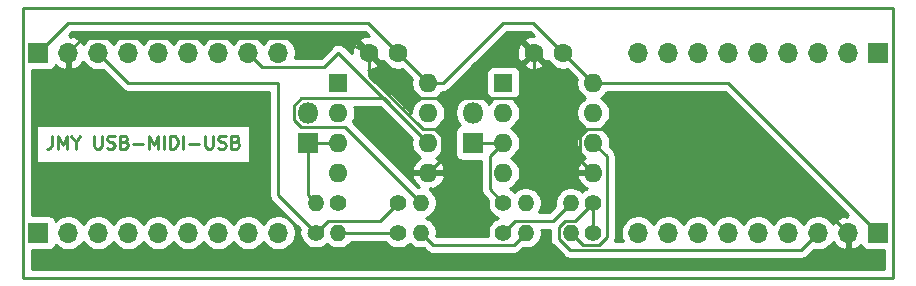
<source format=gbr>
%TF.GenerationSoftware,KiCad,Pcbnew,(5.1.10)-1*%
%TF.CreationDate,2021-06-04T17:55:21+02:00*%
%TF.ProjectId,JMY_USB-MIDI Converter,4a4d595f-5553-4422-9d4d-49444920436f,rev?*%
%TF.SameCoordinates,Original*%
%TF.FileFunction,Copper,L1,Top*%
%TF.FilePolarity,Positive*%
%FSLAX46Y46*%
G04 Gerber Fmt 4.6, Leading zero omitted, Abs format (unit mm)*
G04 Created by KiCad (PCBNEW (5.1.10)-1) date 2021-06-04 17:55:21*
%MOMM*%
%LPD*%
G01*
G04 APERTURE LIST*
%TA.AperFunction,NonConductor*%
%ADD10C,0.275000*%
%TD*%
%TA.AperFunction,ComponentPad*%
%ADD11O,1.700000X1.700000*%
%TD*%
%TA.AperFunction,ComponentPad*%
%ADD12R,1.700000X1.700000*%
%TD*%
%TA.AperFunction,ComponentPad*%
%ADD13O,1.600000X1.600000*%
%TD*%
%TA.AperFunction,ComponentPad*%
%ADD14R,1.600000X1.600000*%
%TD*%
%TA.AperFunction,ComponentPad*%
%ADD15C,1.400000*%
%TD*%
%TA.AperFunction,ComponentPad*%
%ADD16O,1.400000X1.400000*%
%TD*%
%TA.AperFunction,ComponentPad*%
%ADD17C,1.600000*%
%TD*%
%TA.AperFunction,ComponentPad*%
%ADD18R,1.800000X1.800000*%
%TD*%
%TA.AperFunction,ComponentPad*%
%ADD19O,1.800000X1.800000*%
%TD*%
%TA.AperFunction,Conductor*%
%ADD20C,0.250000*%
%TD*%
%TA.AperFunction,Conductor*%
%ADD21C,0.254000*%
%TD*%
%TA.AperFunction,Conductor*%
%ADD22C,0.100000*%
%TD*%
G04 APERTURE END LIST*
D10*
X97683809Y-93377619D02*
X97683809Y-94163333D01*
X97631428Y-94320476D01*
X97526666Y-94425238D01*
X97369523Y-94477619D01*
X97264761Y-94477619D01*
X98207619Y-94477619D02*
X98207619Y-93377619D01*
X98574285Y-94163333D01*
X98940952Y-93377619D01*
X98940952Y-94477619D01*
X99674285Y-93953809D02*
X99674285Y-94477619D01*
X99307619Y-93377619D02*
X99674285Y-93953809D01*
X100040952Y-93377619D01*
X101245714Y-93377619D02*
X101245714Y-94268095D01*
X101298095Y-94372857D01*
X101350476Y-94425238D01*
X101455238Y-94477619D01*
X101664761Y-94477619D01*
X101769523Y-94425238D01*
X101821904Y-94372857D01*
X101874285Y-94268095D01*
X101874285Y-93377619D01*
X102345714Y-94425238D02*
X102502857Y-94477619D01*
X102764761Y-94477619D01*
X102869523Y-94425238D01*
X102921904Y-94372857D01*
X102974285Y-94268095D01*
X102974285Y-94163333D01*
X102921904Y-94058571D01*
X102869523Y-94006190D01*
X102764761Y-93953809D01*
X102555238Y-93901428D01*
X102450476Y-93849047D01*
X102398095Y-93796666D01*
X102345714Y-93691904D01*
X102345714Y-93587142D01*
X102398095Y-93482380D01*
X102450476Y-93430000D01*
X102555238Y-93377619D01*
X102817142Y-93377619D01*
X102974285Y-93430000D01*
X103812380Y-93901428D02*
X103969523Y-93953809D01*
X104021904Y-94006190D01*
X104074285Y-94110952D01*
X104074285Y-94268095D01*
X104021904Y-94372857D01*
X103969523Y-94425238D01*
X103864761Y-94477619D01*
X103445714Y-94477619D01*
X103445714Y-93377619D01*
X103812380Y-93377619D01*
X103917142Y-93430000D01*
X103969523Y-93482380D01*
X104021904Y-93587142D01*
X104021904Y-93691904D01*
X103969523Y-93796666D01*
X103917142Y-93849047D01*
X103812380Y-93901428D01*
X103445714Y-93901428D01*
X104545714Y-94058571D02*
X105383809Y-94058571D01*
X105907619Y-94477619D02*
X105907619Y-93377619D01*
X106274285Y-94163333D01*
X106640952Y-93377619D01*
X106640952Y-94477619D01*
X107164761Y-94477619D02*
X107164761Y-93377619D01*
X107688571Y-94477619D02*
X107688571Y-93377619D01*
X107950476Y-93377619D01*
X108107619Y-93430000D01*
X108212380Y-93534761D01*
X108264761Y-93639523D01*
X108317142Y-93849047D01*
X108317142Y-94006190D01*
X108264761Y-94215714D01*
X108212380Y-94320476D01*
X108107619Y-94425238D01*
X107950476Y-94477619D01*
X107688571Y-94477619D01*
X108788571Y-94477619D02*
X108788571Y-93377619D01*
X109312380Y-94058571D02*
X110150476Y-94058571D01*
X110674285Y-93377619D02*
X110674285Y-94268095D01*
X110726666Y-94372857D01*
X110779047Y-94425238D01*
X110883809Y-94477619D01*
X111093333Y-94477619D01*
X111198095Y-94425238D01*
X111250476Y-94372857D01*
X111302857Y-94268095D01*
X111302857Y-93377619D01*
X111774285Y-94425238D02*
X111931428Y-94477619D01*
X112193333Y-94477619D01*
X112298095Y-94425238D01*
X112350476Y-94372857D01*
X112402857Y-94268095D01*
X112402857Y-94163333D01*
X112350476Y-94058571D01*
X112298095Y-94006190D01*
X112193333Y-93953809D01*
X111983809Y-93901428D01*
X111879047Y-93849047D01*
X111826666Y-93796666D01*
X111774285Y-93691904D01*
X111774285Y-93587142D01*
X111826666Y-93482380D01*
X111879047Y-93430000D01*
X111983809Y-93377619D01*
X112245714Y-93377619D01*
X112402857Y-93430000D01*
X113240952Y-93901428D02*
X113398095Y-93953809D01*
X113450476Y-94006190D01*
X113502857Y-94110952D01*
X113502857Y-94268095D01*
X113450476Y-94372857D01*
X113398095Y-94425238D01*
X113293333Y-94477619D01*
X112874285Y-94477619D01*
X112874285Y-93377619D01*
X113240952Y-93377619D01*
X113345714Y-93430000D01*
X113398095Y-93482380D01*
X113450476Y-93587142D01*
X113450476Y-93691904D01*
X113398095Y-93796666D01*
X113345714Y-93849047D01*
X113240952Y-93901428D01*
X112874285Y-93901428D01*
D11*
%TO.P,J1,9*%
%TO.N,N/C*%
X116840000Y-86360000D03*
%TO.P,J1,8*%
%TO.N,Net-(J1-Pad8)*%
X114300000Y-86360000D03*
%TO.P,J1,7*%
%TO.N,N/C*%
X111760000Y-86360000D03*
%TO.P,J1,6*%
X109220000Y-86360000D03*
%TO.P,J1,5*%
X106680000Y-86360000D03*
%TO.P,J1,4*%
X104140000Y-86360000D03*
%TO.P,J1,3*%
%TO.N,+3V3*%
X101600000Y-86360000D03*
%TO.P,J1,2*%
%TO.N,GND*%
X99060000Y-86360000D03*
D12*
%TO.P,J1,1*%
%TO.N,+5V*%
X96520000Y-86360000D03*
%TD*%
D13*
%TO.P,U2,8*%
%TO.N,+5V*%
X143510000Y-88900000D03*
%TO.P,U2,4*%
%TO.N,N/C*%
X135890000Y-96520000D03*
%TO.P,U2,7*%
X143510000Y-91440000D03*
%TO.P,U2,3*%
%TO.N,Net-(D2-Pad1)*%
X135890000Y-93980000D03*
%TO.P,U2,6*%
%TO.N,Net-(J3-Pad8)*%
X143510000Y-93980000D03*
%TO.P,U2,2*%
%TO.N,Net-(D1-Pad2)*%
X135890000Y-91440000D03*
%TO.P,U2,5*%
%TO.N,GND*%
X143510000Y-96520000D03*
D14*
%TO.P,U2,1*%
%TO.N,N/C*%
X135890000Y-88900000D03*
%TD*%
D15*
%TO.P,R3,1*%
%TO.N,+3V3*%
X120020000Y-101600000D03*
D16*
%TO.P,R3,2*%
%TO.N,Net-(R2-Pad1)*%
X121920000Y-101600000D03*
%TD*%
D11*
%TO.P,J4,9*%
%TO.N,N/C*%
X147320000Y-86360000D03*
%TO.P,J4,8*%
%TO.N,Net-(J4-Pad8)*%
X149860000Y-86360000D03*
%TO.P,J4,7*%
%TO.N,N/C*%
X152400000Y-86360000D03*
%TO.P,J4,6*%
X154940000Y-86360000D03*
%TO.P,J4,5*%
X157480000Y-86360000D03*
%TO.P,J4,4*%
X160020000Y-86360000D03*
%TO.P,J4,3*%
X162560000Y-86360000D03*
%TO.P,J4,2*%
X165100000Y-86360000D03*
D12*
%TO.P,J4,1*%
X167640000Y-86360000D03*
%TD*%
D11*
%TO.P,J2,9*%
%TO.N,N/C*%
X116840000Y-101600000D03*
%TO.P,J2,8*%
%TO.N,Net-(J2-Pad8)*%
X114300000Y-101600000D03*
%TO.P,J2,7*%
%TO.N,N/C*%
X111760000Y-101600000D03*
%TO.P,J2,6*%
X109220000Y-101600000D03*
%TO.P,J2,5*%
X106680000Y-101600000D03*
%TO.P,J2,4*%
X104140000Y-101600000D03*
%TO.P,J2,3*%
X101600000Y-101600000D03*
%TO.P,J2,2*%
X99060000Y-101600000D03*
D12*
%TO.P,J2,1*%
X96520000Y-101600000D03*
%TD*%
D13*
%TO.P,U1,8*%
%TO.N,+5V*%
X129540000Y-88900000D03*
%TO.P,U1,4*%
%TO.N,N/C*%
X121920000Y-96520000D03*
%TO.P,U1,7*%
X129540000Y-91440000D03*
%TO.P,U1,3*%
%TO.N,Net-(D1-Pad1)*%
X121920000Y-93980000D03*
%TO.P,U1,6*%
%TO.N,Net-(J1-Pad8)*%
X129540000Y-93980000D03*
%TO.P,U1,2*%
%TO.N,Net-(D1-Pad2)*%
X121920000Y-91440000D03*
%TO.P,U1,5*%
%TO.N,GND*%
X129540000Y-96520000D03*
D14*
%TO.P,U1,1*%
%TO.N,N/C*%
X121920000Y-88900000D03*
%TD*%
D17*
%TO.P,C1,2*%
%TO.N,GND*%
X124500000Y-86360000D03*
%TO.P,C1,1*%
%TO.N,+5V*%
X127000000Y-86360000D03*
%TD*%
%TO.P,C2,1*%
%TO.N,+5V*%
X140970000Y-86360000D03*
%TO.P,C2,2*%
%TO.N,GND*%
X138470000Y-86360000D03*
%TD*%
D18*
%TO.P,D1,1*%
%TO.N,Net-(D1-Pad1)*%
X119380000Y-93980000D03*
D19*
%TO.P,D1,2*%
%TO.N,Net-(D1-Pad2)*%
X119380000Y-91440000D03*
%TD*%
%TO.P,D2,2*%
%TO.N,Net-(D1-Pad2)*%
X133350000Y-91440000D03*
D18*
%TO.P,D2,1*%
%TO.N,Net-(D2-Pad1)*%
X133350000Y-93980000D03*
%TD*%
D15*
%TO.P,R1,1*%
%TO.N,+3V3*%
X127000000Y-99060000D03*
D16*
%TO.P,R1,2*%
%TO.N,Net-(J1-Pad8)*%
X128900000Y-99060000D03*
%TD*%
%TO.P,R2,2*%
%TO.N,Net-(D1-Pad2)*%
X128900000Y-101600000D03*
D15*
%TO.P,R2,1*%
%TO.N,Net-(R2-Pad1)*%
X127000000Y-101600000D03*
%TD*%
D16*
%TO.P,R4,2*%
%TO.N,Net-(D1-Pad1)*%
X120020000Y-99060000D03*
D15*
%TO.P,R4,1*%
%TO.N,Net-(J4-Pad8)*%
X121920000Y-99060000D03*
%TD*%
D16*
%TO.P,R5,2*%
%TO.N,Net-(J2-Pad8)*%
X137790000Y-99060000D03*
D15*
%TO.P,R5,1*%
%TO.N,Net-(D2-Pad1)*%
X135890000Y-99060000D03*
%TD*%
D16*
%TO.P,R6,2*%
%TO.N,Net-(D1-Pad2)*%
X137790000Y-101600000D03*
D15*
%TO.P,R6,1*%
%TO.N,Net-(R6-Pad1)*%
X135890000Y-101600000D03*
%TD*%
%TO.P,R7,1*%
%TO.N,+3V3*%
X143510000Y-99060000D03*
D16*
%TO.P,R7,2*%
%TO.N,Net-(R6-Pad1)*%
X141610000Y-99060000D03*
%TD*%
D15*
%TO.P,R8,1*%
%TO.N,+3V3*%
X143510000Y-101600000D03*
D16*
%TO.P,R8,2*%
%TO.N,Net-(J3-Pad8)*%
X141610000Y-101600000D03*
%TD*%
D12*
%TO.P,J3,1*%
%TO.N,+5V*%
X167640000Y-101600000D03*
D11*
%TO.P,J3,2*%
%TO.N,GND*%
X165100000Y-101600000D03*
%TO.P,J3,3*%
%TO.N,+3V3*%
X162560000Y-101600000D03*
%TO.P,J3,4*%
%TO.N,N/C*%
X160020000Y-101600000D03*
%TO.P,J3,5*%
X157480000Y-101600000D03*
%TO.P,J3,6*%
X154940000Y-101600000D03*
%TO.P,J3,7*%
X152400000Y-101600000D03*
%TO.P,J3,8*%
%TO.N,Net-(J3-Pad8)*%
X149860000Y-101600000D03*
%TO.P,J3,9*%
%TO.N,N/C*%
X147320000Y-101600000D03*
%TD*%
D20*
%TO.N,*%
X168910000Y-82550000D02*
X168910000Y-105410000D01*
X95250000Y-82550000D02*
X95250000Y-105410000D01*
X95250000Y-82550000D02*
X168910000Y-82550000D01*
X168910000Y-105410000D02*
X95250000Y-105410000D01*
%TO.N,GND*%
X130665001Y-93439999D02*
X130665001Y-95394999D01*
X130080001Y-92854999D02*
X130665001Y-93439999D01*
X129051409Y-92854999D02*
X130080001Y-92854999D01*
X124500000Y-88303590D02*
X129051409Y-92854999D01*
X124500000Y-86360000D02*
X124500000Y-88303590D01*
X130665001Y-95394999D02*
X129540000Y-96520000D01*
X138470000Y-86360000D02*
X138470000Y-91480000D01*
X138470000Y-91480000D02*
X137204999Y-90214999D01*
X128225001Y-90214999D02*
X127318205Y-91121795D01*
X143510000Y-96520000D02*
X138430000Y-91440000D01*
X100235001Y-85090000D02*
X99060000Y-86360000D01*
X121920000Y-85090000D02*
X100235001Y-85090000D01*
X124500000Y-86360000D02*
X121920000Y-85090000D01*
X142384999Y-95394999D02*
X143510000Y-96520000D01*
X142384999Y-93439999D02*
X142384999Y-95394999D01*
X142969999Y-92854999D02*
X142384999Y-93439999D01*
X165100000Y-101600000D02*
X156354999Y-92854999D01*
X142969999Y-92854999D02*
X156354999Y-92854999D01*
X137204999Y-90214999D02*
X128225001Y-90214999D01*
%TO.N,+5V*%
X124460000Y-83820000D02*
X127000000Y-86360000D01*
X127000000Y-86360000D02*
X129540000Y-88900000D01*
X138430000Y-83820000D02*
X140970000Y-86360000D01*
X135890000Y-83820000D02*
X138430000Y-83820000D01*
X130810000Y-88900000D02*
X135890000Y-83820000D01*
X140970000Y-86360000D02*
X143510000Y-88900000D01*
X154940000Y-88900000D02*
X167640000Y-101600000D01*
X98425000Y-84455000D02*
X99060000Y-83820000D01*
X96520000Y-86360000D02*
X98425000Y-84455000D01*
X124460000Y-83820000D02*
X99060000Y-83820000D01*
X146050000Y-88900000D02*
X143510000Y-88900000D01*
X154940000Y-88900000D02*
X146050000Y-88900000D01*
X130810000Y-88900000D02*
X129540000Y-88900000D01*
%TO.N,Net-(D1-Pad1)*%
X119380000Y-98420000D02*
X120020000Y-99060000D01*
X119380000Y-93980000D02*
X119380000Y-98420000D01*
X121920000Y-93980000D02*
X119380000Y-93980000D01*
%TO.N,Net-(D1-Pad2)*%
X136764999Y-102625001D02*
X137790000Y-101600000D01*
X129925001Y-102625001D02*
X136764999Y-102625001D01*
X128900000Y-101600000D02*
X129925001Y-102625001D01*
%TO.N,Net-(D2-Pad1)*%
X135890000Y-93980000D02*
X133350000Y-93980000D01*
X134764999Y-97934999D02*
X135890000Y-99060000D01*
X134764999Y-95105001D02*
X134764999Y-97934999D01*
X135890000Y-93980000D02*
X134764999Y-95105001D01*
%TO.N,+3V3*%
X125485001Y-100574999D02*
X127000000Y-99060000D01*
X143510000Y-101600000D02*
X143510000Y-99060000D01*
X119380000Y-101600000D02*
X120020000Y-101600000D01*
X104140000Y-88900000D02*
X110490000Y-88900000D01*
X101600000Y-86360000D02*
X104140000Y-88900000D01*
X121045001Y-100574999D02*
X125485001Y-100574999D01*
X120020000Y-101600000D02*
X121045001Y-100574999D01*
X141117999Y-100574999D02*
X141995001Y-100574999D01*
X140584999Y-101107999D02*
X141117999Y-100574999D01*
X141995001Y-100574999D02*
X143510000Y-99060000D01*
X140584999Y-102092001D02*
X140584999Y-101107999D01*
X141568008Y-103075010D02*
X140584999Y-102092001D01*
X161084989Y-103075011D02*
X141568008Y-103075010D01*
X162560000Y-101600000D02*
X161084989Y-103075011D01*
X116840000Y-98420000D02*
X120020000Y-101600000D01*
X116840000Y-88900000D02*
X116840000Y-98420000D01*
X110490000Y-88900000D02*
X116840000Y-88900000D01*
%TO.N,Net-(J1-Pad8)*%
X121920000Y-86360000D02*
X129540000Y-93980000D01*
X125774999Y-90214999D02*
X129540000Y-93980000D01*
X118791999Y-90214999D02*
X125774999Y-90214999D01*
X118154999Y-90851999D02*
X118791999Y-90214999D01*
X118791999Y-92665001D02*
X118154999Y-92028001D01*
X118154999Y-92028001D02*
X118154999Y-90851999D01*
X122505001Y-92665001D02*
X118791999Y-92665001D01*
X128900000Y-99060000D02*
X122505001Y-92665001D01*
%TO.N,Net-(J3-Pad8)*%
X144635001Y-101992001D02*
X144635001Y-95105001D01*
X144002001Y-102625001D02*
X144635001Y-101992001D01*
X142635001Y-102625001D02*
X144002001Y-102625001D01*
X141610000Y-101600000D02*
X142635001Y-102625001D01*
X144635001Y-95105001D02*
X143510000Y-93980000D01*
%TO.N,Net-(R2-Pad1)*%
X121920000Y-101600000D02*
X127000000Y-101600000D01*
%TO.N,Net-(R6-Pad1)*%
X140095001Y-100574999D02*
X141610000Y-99060000D01*
X136915001Y-100574999D02*
X140095001Y-100574999D01*
X135890000Y-101600000D02*
X136915001Y-100574999D01*
%TO.N,Net-(J1-Pad8)*%
X115475001Y-87535001D02*
X114300000Y-86360000D01*
X120744999Y-87535001D02*
X115475001Y-87535001D01*
X121920000Y-86360000D02*
X120744999Y-87535001D01*
%TD*%
D21*
%TO.N,GND*%
X99187000Y-86233000D02*
X99207000Y-86233000D01*
X99207000Y-86487000D01*
X99187000Y-86487000D01*
X99187000Y-87680155D01*
X99416890Y-87801476D01*
X99564099Y-87756825D01*
X99826920Y-87631641D01*
X100060269Y-87457588D01*
X100255178Y-87241355D01*
X100324805Y-87124466D01*
X100446525Y-87306632D01*
X100653368Y-87513475D01*
X100896589Y-87675990D01*
X101166842Y-87787932D01*
X101453740Y-87845000D01*
X101746260Y-87845000D01*
X101966408Y-87801210D01*
X103576205Y-89411008D01*
X103599999Y-89440001D01*
X103628992Y-89463795D01*
X103628996Y-89463799D01*
X103699685Y-89521811D01*
X103715724Y-89534974D01*
X103847753Y-89605546D01*
X103991014Y-89649003D01*
X104102667Y-89660000D01*
X104102676Y-89660000D01*
X104139999Y-89663676D01*
X104177322Y-89660000D01*
X116080000Y-89660000D01*
X116080001Y-98382668D01*
X116076324Y-98420000D01*
X116080001Y-98457333D01*
X116090998Y-98568986D01*
X116104180Y-98612442D01*
X116134454Y-98712246D01*
X116205026Y-98844276D01*
X116259797Y-98911014D01*
X116300000Y-98960001D01*
X116328998Y-98983799D01*
X118669449Y-101324251D01*
X118630997Y-101451014D01*
X118616323Y-101600000D01*
X118630997Y-101748986D01*
X118674454Y-101892247D01*
X118745026Y-102024276D01*
X118756579Y-102038354D01*
X118836939Y-102232359D01*
X118983038Y-102451013D01*
X119168987Y-102636962D01*
X119387641Y-102783061D01*
X119630595Y-102883696D01*
X119888514Y-102935000D01*
X120151486Y-102935000D01*
X120409405Y-102883696D01*
X120652359Y-102783061D01*
X120871013Y-102636962D01*
X120970000Y-102537975D01*
X121068987Y-102636962D01*
X121287641Y-102783061D01*
X121530595Y-102883696D01*
X121788514Y-102935000D01*
X122051486Y-102935000D01*
X122309405Y-102883696D01*
X122552359Y-102783061D01*
X122771013Y-102636962D01*
X122956962Y-102451013D01*
X123017775Y-102360000D01*
X125902225Y-102360000D01*
X125963038Y-102451013D01*
X126148987Y-102636962D01*
X126367641Y-102783061D01*
X126610595Y-102883696D01*
X126868514Y-102935000D01*
X127131486Y-102935000D01*
X127389405Y-102883696D01*
X127632359Y-102783061D01*
X127851013Y-102636962D01*
X127950000Y-102537975D01*
X128048987Y-102636962D01*
X128267641Y-102783061D01*
X128510595Y-102883696D01*
X128768514Y-102935000D01*
X129031486Y-102935000D01*
X129138843Y-102913645D01*
X129361202Y-103136004D01*
X129385000Y-103165002D01*
X129500725Y-103259975D01*
X129632754Y-103330547D01*
X129776015Y-103374004D01*
X129887668Y-103385001D01*
X129887677Y-103385001D01*
X129925000Y-103388677D01*
X129962323Y-103385001D01*
X136727677Y-103385001D01*
X136764999Y-103388677D01*
X136802321Y-103385001D01*
X136802332Y-103385001D01*
X136913985Y-103374004D01*
X137057246Y-103330547D01*
X137189275Y-103259975D01*
X137305000Y-103165002D01*
X137328803Y-103135999D01*
X137551156Y-102913645D01*
X137658514Y-102935000D01*
X137921486Y-102935000D01*
X138179405Y-102883696D01*
X138422359Y-102783061D01*
X138641013Y-102636962D01*
X138826962Y-102451013D01*
X138973061Y-102232359D01*
X139073696Y-101989405D01*
X139125000Y-101731486D01*
X139125000Y-101468514D01*
X139098442Y-101334999D01*
X139825000Y-101334999D01*
X139824999Y-102054678D01*
X139821323Y-102092001D01*
X139824999Y-102129323D01*
X139824999Y-102129333D01*
X139835996Y-102240986D01*
X139868762Y-102349002D01*
X139879453Y-102384247D01*
X139950025Y-102516277D01*
X139965400Y-102535011D01*
X140044998Y-102632002D01*
X140074001Y-102655805D01*
X141004213Y-103586017D01*
X141028007Y-103615010D01*
X141057000Y-103638804D01*
X141057005Y-103638809D01*
X141143732Y-103709984D01*
X141275761Y-103780556D01*
X141419022Y-103824013D01*
X141568008Y-103838686D01*
X141605343Y-103835009D01*
X161047667Y-103835011D01*
X161084989Y-103838687D01*
X161122311Y-103835011D01*
X161122321Y-103835011D01*
X161233974Y-103824014D01*
X161377235Y-103780557D01*
X161377239Y-103780555D01*
X161509265Y-103709985D01*
X161595991Y-103638810D01*
X161595992Y-103638809D01*
X161624989Y-103615012D01*
X161648787Y-103586014D01*
X162193592Y-103041209D01*
X162413740Y-103085000D01*
X162706260Y-103085000D01*
X162993158Y-103027932D01*
X163263411Y-102915990D01*
X163506632Y-102753475D01*
X163713475Y-102546632D01*
X163835195Y-102364466D01*
X163904822Y-102481355D01*
X164099731Y-102697588D01*
X164333080Y-102871641D01*
X164595901Y-102996825D01*
X164743110Y-103041476D01*
X164973000Y-102920155D01*
X164973000Y-101727000D01*
X164953000Y-101727000D01*
X164953000Y-101473000D01*
X164973000Y-101473000D01*
X164973000Y-101453000D01*
X165227000Y-101453000D01*
X165227000Y-101473000D01*
X165247000Y-101473000D01*
X165247000Y-101727000D01*
X165227000Y-101727000D01*
X165227000Y-102920155D01*
X165456890Y-103041476D01*
X165604099Y-102996825D01*
X165866920Y-102871641D01*
X166100269Y-102697588D01*
X166176034Y-102613534D01*
X166200498Y-102694180D01*
X166259463Y-102804494D01*
X166338815Y-102901185D01*
X166435506Y-102980537D01*
X166545820Y-103039502D01*
X166665518Y-103075812D01*
X166790000Y-103088072D01*
X168150001Y-103088072D01*
X168150001Y-104650000D01*
X96010000Y-104650000D01*
X96010000Y-103088072D01*
X97370000Y-103088072D01*
X97494482Y-103075812D01*
X97614180Y-103039502D01*
X97724494Y-102980537D01*
X97821185Y-102901185D01*
X97900537Y-102804494D01*
X97959502Y-102694180D01*
X97981513Y-102621620D01*
X98113368Y-102753475D01*
X98356589Y-102915990D01*
X98626842Y-103027932D01*
X98913740Y-103085000D01*
X99206260Y-103085000D01*
X99493158Y-103027932D01*
X99763411Y-102915990D01*
X100006632Y-102753475D01*
X100213475Y-102546632D01*
X100330000Y-102372240D01*
X100446525Y-102546632D01*
X100653368Y-102753475D01*
X100896589Y-102915990D01*
X101166842Y-103027932D01*
X101453740Y-103085000D01*
X101746260Y-103085000D01*
X102033158Y-103027932D01*
X102303411Y-102915990D01*
X102546632Y-102753475D01*
X102753475Y-102546632D01*
X102870000Y-102372240D01*
X102986525Y-102546632D01*
X103193368Y-102753475D01*
X103436589Y-102915990D01*
X103706842Y-103027932D01*
X103993740Y-103085000D01*
X104286260Y-103085000D01*
X104573158Y-103027932D01*
X104843411Y-102915990D01*
X105086632Y-102753475D01*
X105293475Y-102546632D01*
X105410000Y-102372240D01*
X105526525Y-102546632D01*
X105733368Y-102753475D01*
X105976589Y-102915990D01*
X106246842Y-103027932D01*
X106533740Y-103085000D01*
X106826260Y-103085000D01*
X107113158Y-103027932D01*
X107383411Y-102915990D01*
X107626632Y-102753475D01*
X107833475Y-102546632D01*
X107950000Y-102372240D01*
X108066525Y-102546632D01*
X108273368Y-102753475D01*
X108516589Y-102915990D01*
X108786842Y-103027932D01*
X109073740Y-103085000D01*
X109366260Y-103085000D01*
X109653158Y-103027932D01*
X109923411Y-102915990D01*
X110166632Y-102753475D01*
X110373475Y-102546632D01*
X110490000Y-102372240D01*
X110606525Y-102546632D01*
X110813368Y-102753475D01*
X111056589Y-102915990D01*
X111326842Y-103027932D01*
X111613740Y-103085000D01*
X111906260Y-103085000D01*
X112193158Y-103027932D01*
X112463411Y-102915990D01*
X112706632Y-102753475D01*
X112913475Y-102546632D01*
X113030000Y-102372240D01*
X113146525Y-102546632D01*
X113353368Y-102753475D01*
X113596589Y-102915990D01*
X113866842Y-103027932D01*
X114153740Y-103085000D01*
X114446260Y-103085000D01*
X114733158Y-103027932D01*
X115003411Y-102915990D01*
X115246632Y-102753475D01*
X115453475Y-102546632D01*
X115570000Y-102372240D01*
X115686525Y-102546632D01*
X115893368Y-102753475D01*
X116136589Y-102915990D01*
X116406842Y-103027932D01*
X116693740Y-103085000D01*
X116986260Y-103085000D01*
X117273158Y-103027932D01*
X117543411Y-102915990D01*
X117786632Y-102753475D01*
X117993475Y-102546632D01*
X118155990Y-102303411D01*
X118267932Y-102033158D01*
X118325000Y-101746260D01*
X118325000Y-101453740D01*
X118267932Y-101166842D01*
X118155990Y-100896589D01*
X117993475Y-100653368D01*
X117786632Y-100446525D01*
X117543411Y-100284010D01*
X117273158Y-100172068D01*
X116986260Y-100115000D01*
X116693740Y-100115000D01*
X116406842Y-100172068D01*
X116136589Y-100284010D01*
X115893368Y-100446525D01*
X115686525Y-100653368D01*
X115570000Y-100827760D01*
X115453475Y-100653368D01*
X115246632Y-100446525D01*
X115003411Y-100284010D01*
X114733158Y-100172068D01*
X114446260Y-100115000D01*
X114153740Y-100115000D01*
X113866842Y-100172068D01*
X113596589Y-100284010D01*
X113353368Y-100446525D01*
X113146525Y-100653368D01*
X113030000Y-100827760D01*
X112913475Y-100653368D01*
X112706632Y-100446525D01*
X112463411Y-100284010D01*
X112193158Y-100172068D01*
X111906260Y-100115000D01*
X111613740Y-100115000D01*
X111326842Y-100172068D01*
X111056589Y-100284010D01*
X110813368Y-100446525D01*
X110606525Y-100653368D01*
X110490000Y-100827760D01*
X110373475Y-100653368D01*
X110166632Y-100446525D01*
X109923411Y-100284010D01*
X109653158Y-100172068D01*
X109366260Y-100115000D01*
X109073740Y-100115000D01*
X108786842Y-100172068D01*
X108516589Y-100284010D01*
X108273368Y-100446525D01*
X108066525Y-100653368D01*
X107950000Y-100827760D01*
X107833475Y-100653368D01*
X107626632Y-100446525D01*
X107383411Y-100284010D01*
X107113158Y-100172068D01*
X106826260Y-100115000D01*
X106533740Y-100115000D01*
X106246842Y-100172068D01*
X105976589Y-100284010D01*
X105733368Y-100446525D01*
X105526525Y-100653368D01*
X105410000Y-100827760D01*
X105293475Y-100653368D01*
X105086632Y-100446525D01*
X104843411Y-100284010D01*
X104573158Y-100172068D01*
X104286260Y-100115000D01*
X103993740Y-100115000D01*
X103706842Y-100172068D01*
X103436589Y-100284010D01*
X103193368Y-100446525D01*
X102986525Y-100653368D01*
X102870000Y-100827760D01*
X102753475Y-100653368D01*
X102546632Y-100446525D01*
X102303411Y-100284010D01*
X102033158Y-100172068D01*
X101746260Y-100115000D01*
X101453740Y-100115000D01*
X101166842Y-100172068D01*
X100896589Y-100284010D01*
X100653368Y-100446525D01*
X100446525Y-100653368D01*
X100330000Y-100827760D01*
X100213475Y-100653368D01*
X100006632Y-100446525D01*
X99763411Y-100284010D01*
X99493158Y-100172068D01*
X99206260Y-100115000D01*
X98913740Y-100115000D01*
X98626842Y-100172068D01*
X98356589Y-100284010D01*
X98113368Y-100446525D01*
X97981513Y-100578380D01*
X97959502Y-100505820D01*
X97900537Y-100395506D01*
X97821185Y-100298815D01*
X97724494Y-100219463D01*
X97614180Y-100160498D01*
X97494482Y-100124188D01*
X97370000Y-100111928D01*
X96010000Y-100111928D01*
X96010000Y-92484250D01*
X96335119Y-92484250D01*
X96335119Y-95679250D01*
X114484881Y-95679250D01*
X114484881Y-92484250D01*
X96335119Y-92484250D01*
X96010000Y-92484250D01*
X96010000Y-87848072D01*
X97370000Y-87848072D01*
X97494482Y-87835812D01*
X97614180Y-87799502D01*
X97724494Y-87740537D01*
X97821185Y-87661185D01*
X97900537Y-87564494D01*
X97959502Y-87454180D01*
X97983966Y-87373534D01*
X98059731Y-87457588D01*
X98293080Y-87631641D01*
X98555901Y-87756825D01*
X98703110Y-87801476D01*
X98933000Y-87680155D01*
X98933000Y-86487000D01*
X98913000Y-86487000D01*
X98913000Y-86233000D01*
X98933000Y-86233000D01*
X98933000Y-86213000D01*
X99187000Y-86213000D01*
X99187000Y-86233000D01*
%TA.AperFunction,Conductor*%
D22*
G36*
X99187000Y-86233000D02*
G01*
X99207000Y-86233000D01*
X99207000Y-86487000D01*
X99187000Y-86487000D01*
X99187000Y-87680155D01*
X99416890Y-87801476D01*
X99564099Y-87756825D01*
X99826920Y-87631641D01*
X100060269Y-87457588D01*
X100255178Y-87241355D01*
X100324805Y-87124466D01*
X100446525Y-87306632D01*
X100653368Y-87513475D01*
X100896589Y-87675990D01*
X101166842Y-87787932D01*
X101453740Y-87845000D01*
X101746260Y-87845000D01*
X101966408Y-87801210D01*
X103576205Y-89411008D01*
X103599999Y-89440001D01*
X103628992Y-89463795D01*
X103628996Y-89463799D01*
X103699685Y-89521811D01*
X103715724Y-89534974D01*
X103847753Y-89605546D01*
X103991014Y-89649003D01*
X104102667Y-89660000D01*
X104102676Y-89660000D01*
X104139999Y-89663676D01*
X104177322Y-89660000D01*
X116080000Y-89660000D01*
X116080001Y-98382668D01*
X116076324Y-98420000D01*
X116080001Y-98457333D01*
X116090998Y-98568986D01*
X116104180Y-98612442D01*
X116134454Y-98712246D01*
X116205026Y-98844276D01*
X116259797Y-98911014D01*
X116300000Y-98960001D01*
X116328998Y-98983799D01*
X118669449Y-101324251D01*
X118630997Y-101451014D01*
X118616323Y-101600000D01*
X118630997Y-101748986D01*
X118674454Y-101892247D01*
X118745026Y-102024276D01*
X118756579Y-102038354D01*
X118836939Y-102232359D01*
X118983038Y-102451013D01*
X119168987Y-102636962D01*
X119387641Y-102783061D01*
X119630595Y-102883696D01*
X119888514Y-102935000D01*
X120151486Y-102935000D01*
X120409405Y-102883696D01*
X120652359Y-102783061D01*
X120871013Y-102636962D01*
X120970000Y-102537975D01*
X121068987Y-102636962D01*
X121287641Y-102783061D01*
X121530595Y-102883696D01*
X121788514Y-102935000D01*
X122051486Y-102935000D01*
X122309405Y-102883696D01*
X122552359Y-102783061D01*
X122771013Y-102636962D01*
X122956962Y-102451013D01*
X123017775Y-102360000D01*
X125902225Y-102360000D01*
X125963038Y-102451013D01*
X126148987Y-102636962D01*
X126367641Y-102783061D01*
X126610595Y-102883696D01*
X126868514Y-102935000D01*
X127131486Y-102935000D01*
X127389405Y-102883696D01*
X127632359Y-102783061D01*
X127851013Y-102636962D01*
X127950000Y-102537975D01*
X128048987Y-102636962D01*
X128267641Y-102783061D01*
X128510595Y-102883696D01*
X128768514Y-102935000D01*
X129031486Y-102935000D01*
X129138843Y-102913645D01*
X129361202Y-103136004D01*
X129385000Y-103165002D01*
X129500725Y-103259975D01*
X129632754Y-103330547D01*
X129776015Y-103374004D01*
X129887668Y-103385001D01*
X129887677Y-103385001D01*
X129925000Y-103388677D01*
X129962323Y-103385001D01*
X136727677Y-103385001D01*
X136764999Y-103388677D01*
X136802321Y-103385001D01*
X136802332Y-103385001D01*
X136913985Y-103374004D01*
X137057246Y-103330547D01*
X137189275Y-103259975D01*
X137305000Y-103165002D01*
X137328803Y-103135999D01*
X137551156Y-102913645D01*
X137658514Y-102935000D01*
X137921486Y-102935000D01*
X138179405Y-102883696D01*
X138422359Y-102783061D01*
X138641013Y-102636962D01*
X138826962Y-102451013D01*
X138973061Y-102232359D01*
X139073696Y-101989405D01*
X139125000Y-101731486D01*
X139125000Y-101468514D01*
X139098442Y-101334999D01*
X139825000Y-101334999D01*
X139824999Y-102054678D01*
X139821323Y-102092001D01*
X139824999Y-102129323D01*
X139824999Y-102129333D01*
X139835996Y-102240986D01*
X139868762Y-102349002D01*
X139879453Y-102384247D01*
X139950025Y-102516277D01*
X139965400Y-102535011D01*
X140044998Y-102632002D01*
X140074001Y-102655805D01*
X141004213Y-103586017D01*
X141028007Y-103615010D01*
X141057000Y-103638804D01*
X141057005Y-103638809D01*
X141143732Y-103709984D01*
X141275761Y-103780556D01*
X141419022Y-103824013D01*
X141568008Y-103838686D01*
X141605343Y-103835009D01*
X161047667Y-103835011D01*
X161084989Y-103838687D01*
X161122311Y-103835011D01*
X161122321Y-103835011D01*
X161233974Y-103824014D01*
X161377235Y-103780557D01*
X161377239Y-103780555D01*
X161509265Y-103709985D01*
X161595991Y-103638810D01*
X161595992Y-103638809D01*
X161624989Y-103615012D01*
X161648787Y-103586014D01*
X162193592Y-103041209D01*
X162413740Y-103085000D01*
X162706260Y-103085000D01*
X162993158Y-103027932D01*
X163263411Y-102915990D01*
X163506632Y-102753475D01*
X163713475Y-102546632D01*
X163835195Y-102364466D01*
X163904822Y-102481355D01*
X164099731Y-102697588D01*
X164333080Y-102871641D01*
X164595901Y-102996825D01*
X164743110Y-103041476D01*
X164973000Y-102920155D01*
X164973000Y-101727000D01*
X164953000Y-101727000D01*
X164953000Y-101473000D01*
X164973000Y-101473000D01*
X164973000Y-101453000D01*
X165227000Y-101453000D01*
X165227000Y-101473000D01*
X165247000Y-101473000D01*
X165247000Y-101727000D01*
X165227000Y-101727000D01*
X165227000Y-102920155D01*
X165456890Y-103041476D01*
X165604099Y-102996825D01*
X165866920Y-102871641D01*
X166100269Y-102697588D01*
X166176034Y-102613534D01*
X166200498Y-102694180D01*
X166259463Y-102804494D01*
X166338815Y-102901185D01*
X166435506Y-102980537D01*
X166545820Y-103039502D01*
X166665518Y-103075812D01*
X166790000Y-103088072D01*
X168150001Y-103088072D01*
X168150001Y-104650000D01*
X96010000Y-104650000D01*
X96010000Y-103088072D01*
X97370000Y-103088072D01*
X97494482Y-103075812D01*
X97614180Y-103039502D01*
X97724494Y-102980537D01*
X97821185Y-102901185D01*
X97900537Y-102804494D01*
X97959502Y-102694180D01*
X97981513Y-102621620D01*
X98113368Y-102753475D01*
X98356589Y-102915990D01*
X98626842Y-103027932D01*
X98913740Y-103085000D01*
X99206260Y-103085000D01*
X99493158Y-103027932D01*
X99763411Y-102915990D01*
X100006632Y-102753475D01*
X100213475Y-102546632D01*
X100330000Y-102372240D01*
X100446525Y-102546632D01*
X100653368Y-102753475D01*
X100896589Y-102915990D01*
X101166842Y-103027932D01*
X101453740Y-103085000D01*
X101746260Y-103085000D01*
X102033158Y-103027932D01*
X102303411Y-102915990D01*
X102546632Y-102753475D01*
X102753475Y-102546632D01*
X102870000Y-102372240D01*
X102986525Y-102546632D01*
X103193368Y-102753475D01*
X103436589Y-102915990D01*
X103706842Y-103027932D01*
X103993740Y-103085000D01*
X104286260Y-103085000D01*
X104573158Y-103027932D01*
X104843411Y-102915990D01*
X105086632Y-102753475D01*
X105293475Y-102546632D01*
X105410000Y-102372240D01*
X105526525Y-102546632D01*
X105733368Y-102753475D01*
X105976589Y-102915990D01*
X106246842Y-103027932D01*
X106533740Y-103085000D01*
X106826260Y-103085000D01*
X107113158Y-103027932D01*
X107383411Y-102915990D01*
X107626632Y-102753475D01*
X107833475Y-102546632D01*
X107950000Y-102372240D01*
X108066525Y-102546632D01*
X108273368Y-102753475D01*
X108516589Y-102915990D01*
X108786842Y-103027932D01*
X109073740Y-103085000D01*
X109366260Y-103085000D01*
X109653158Y-103027932D01*
X109923411Y-102915990D01*
X110166632Y-102753475D01*
X110373475Y-102546632D01*
X110490000Y-102372240D01*
X110606525Y-102546632D01*
X110813368Y-102753475D01*
X111056589Y-102915990D01*
X111326842Y-103027932D01*
X111613740Y-103085000D01*
X111906260Y-103085000D01*
X112193158Y-103027932D01*
X112463411Y-102915990D01*
X112706632Y-102753475D01*
X112913475Y-102546632D01*
X113030000Y-102372240D01*
X113146525Y-102546632D01*
X113353368Y-102753475D01*
X113596589Y-102915990D01*
X113866842Y-103027932D01*
X114153740Y-103085000D01*
X114446260Y-103085000D01*
X114733158Y-103027932D01*
X115003411Y-102915990D01*
X115246632Y-102753475D01*
X115453475Y-102546632D01*
X115570000Y-102372240D01*
X115686525Y-102546632D01*
X115893368Y-102753475D01*
X116136589Y-102915990D01*
X116406842Y-103027932D01*
X116693740Y-103085000D01*
X116986260Y-103085000D01*
X117273158Y-103027932D01*
X117543411Y-102915990D01*
X117786632Y-102753475D01*
X117993475Y-102546632D01*
X118155990Y-102303411D01*
X118267932Y-102033158D01*
X118325000Y-101746260D01*
X118325000Y-101453740D01*
X118267932Y-101166842D01*
X118155990Y-100896589D01*
X117993475Y-100653368D01*
X117786632Y-100446525D01*
X117543411Y-100284010D01*
X117273158Y-100172068D01*
X116986260Y-100115000D01*
X116693740Y-100115000D01*
X116406842Y-100172068D01*
X116136589Y-100284010D01*
X115893368Y-100446525D01*
X115686525Y-100653368D01*
X115570000Y-100827760D01*
X115453475Y-100653368D01*
X115246632Y-100446525D01*
X115003411Y-100284010D01*
X114733158Y-100172068D01*
X114446260Y-100115000D01*
X114153740Y-100115000D01*
X113866842Y-100172068D01*
X113596589Y-100284010D01*
X113353368Y-100446525D01*
X113146525Y-100653368D01*
X113030000Y-100827760D01*
X112913475Y-100653368D01*
X112706632Y-100446525D01*
X112463411Y-100284010D01*
X112193158Y-100172068D01*
X111906260Y-100115000D01*
X111613740Y-100115000D01*
X111326842Y-100172068D01*
X111056589Y-100284010D01*
X110813368Y-100446525D01*
X110606525Y-100653368D01*
X110490000Y-100827760D01*
X110373475Y-100653368D01*
X110166632Y-100446525D01*
X109923411Y-100284010D01*
X109653158Y-100172068D01*
X109366260Y-100115000D01*
X109073740Y-100115000D01*
X108786842Y-100172068D01*
X108516589Y-100284010D01*
X108273368Y-100446525D01*
X108066525Y-100653368D01*
X107950000Y-100827760D01*
X107833475Y-100653368D01*
X107626632Y-100446525D01*
X107383411Y-100284010D01*
X107113158Y-100172068D01*
X106826260Y-100115000D01*
X106533740Y-100115000D01*
X106246842Y-100172068D01*
X105976589Y-100284010D01*
X105733368Y-100446525D01*
X105526525Y-100653368D01*
X105410000Y-100827760D01*
X105293475Y-100653368D01*
X105086632Y-100446525D01*
X104843411Y-100284010D01*
X104573158Y-100172068D01*
X104286260Y-100115000D01*
X103993740Y-100115000D01*
X103706842Y-100172068D01*
X103436589Y-100284010D01*
X103193368Y-100446525D01*
X102986525Y-100653368D01*
X102870000Y-100827760D01*
X102753475Y-100653368D01*
X102546632Y-100446525D01*
X102303411Y-100284010D01*
X102033158Y-100172068D01*
X101746260Y-100115000D01*
X101453740Y-100115000D01*
X101166842Y-100172068D01*
X100896589Y-100284010D01*
X100653368Y-100446525D01*
X100446525Y-100653368D01*
X100330000Y-100827760D01*
X100213475Y-100653368D01*
X100006632Y-100446525D01*
X99763411Y-100284010D01*
X99493158Y-100172068D01*
X99206260Y-100115000D01*
X98913740Y-100115000D01*
X98626842Y-100172068D01*
X98356589Y-100284010D01*
X98113368Y-100446525D01*
X97981513Y-100578380D01*
X97959502Y-100505820D01*
X97900537Y-100395506D01*
X97821185Y-100298815D01*
X97724494Y-100219463D01*
X97614180Y-100160498D01*
X97494482Y-100124188D01*
X97370000Y-100111928D01*
X96010000Y-100111928D01*
X96010000Y-92484250D01*
X96335119Y-92484250D01*
X96335119Y-95679250D01*
X114484881Y-95679250D01*
X114484881Y-92484250D01*
X96335119Y-92484250D01*
X96010000Y-92484250D01*
X96010000Y-87848072D01*
X97370000Y-87848072D01*
X97494482Y-87835812D01*
X97614180Y-87799502D01*
X97724494Y-87740537D01*
X97821185Y-87661185D01*
X97900537Y-87564494D01*
X97959502Y-87454180D01*
X97983966Y-87373534D01*
X98059731Y-87457588D01*
X98293080Y-87631641D01*
X98555901Y-87756825D01*
X98703110Y-87801476D01*
X98933000Y-87680155D01*
X98933000Y-86487000D01*
X98913000Y-86487000D01*
X98913000Y-86233000D01*
X98933000Y-86233000D01*
X98933000Y-86213000D01*
X99187000Y-86213000D01*
X99187000Y-86233000D01*
G37*
%TD.AperFunction*%
D21*
X165080198Y-100115000D02*
X164972998Y-100115000D01*
X164972998Y-100279844D01*
X164743110Y-100158524D01*
X164595901Y-100203175D01*
X164333080Y-100328359D01*
X164099731Y-100502412D01*
X163904822Y-100718645D01*
X163835195Y-100835534D01*
X163713475Y-100653368D01*
X163506632Y-100446525D01*
X163263411Y-100284010D01*
X162993158Y-100172068D01*
X162706260Y-100115000D01*
X162413740Y-100115000D01*
X162126842Y-100172068D01*
X161856589Y-100284010D01*
X161613368Y-100446525D01*
X161406525Y-100653368D01*
X161290000Y-100827760D01*
X161173475Y-100653368D01*
X160966632Y-100446525D01*
X160723411Y-100284010D01*
X160453158Y-100172068D01*
X160166260Y-100115000D01*
X159873740Y-100115000D01*
X159586842Y-100172068D01*
X159316589Y-100284010D01*
X159073368Y-100446525D01*
X158866525Y-100653368D01*
X158750000Y-100827760D01*
X158633475Y-100653368D01*
X158426632Y-100446525D01*
X158183411Y-100284010D01*
X157913158Y-100172068D01*
X157626260Y-100115000D01*
X157333740Y-100115000D01*
X157046842Y-100172068D01*
X156776589Y-100284010D01*
X156533368Y-100446525D01*
X156326525Y-100653368D01*
X156210000Y-100827760D01*
X156093475Y-100653368D01*
X155886632Y-100446525D01*
X155643411Y-100284010D01*
X155373158Y-100172068D01*
X155086260Y-100115000D01*
X154793740Y-100115000D01*
X154506842Y-100172068D01*
X154236589Y-100284010D01*
X153993368Y-100446525D01*
X153786525Y-100653368D01*
X153670000Y-100827760D01*
X153553475Y-100653368D01*
X153346632Y-100446525D01*
X153103411Y-100284010D01*
X152833158Y-100172068D01*
X152546260Y-100115000D01*
X152253740Y-100115000D01*
X151966842Y-100172068D01*
X151696589Y-100284010D01*
X151453368Y-100446525D01*
X151246525Y-100653368D01*
X151130000Y-100827760D01*
X151013475Y-100653368D01*
X150806632Y-100446525D01*
X150563411Y-100284010D01*
X150293158Y-100172068D01*
X150006260Y-100115000D01*
X149713740Y-100115000D01*
X149426842Y-100172068D01*
X149156589Y-100284010D01*
X148913368Y-100446525D01*
X148706525Y-100653368D01*
X148590000Y-100827760D01*
X148473475Y-100653368D01*
X148266632Y-100446525D01*
X148023411Y-100284010D01*
X147753158Y-100172068D01*
X147466260Y-100115000D01*
X147173740Y-100115000D01*
X146886842Y-100172068D01*
X146616589Y-100284010D01*
X146373368Y-100446525D01*
X146166525Y-100653368D01*
X146004010Y-100896589D01*
X145892068Y-101166842D01*
X145835000Y-101453740D01*
X145835000Y-101746260D01*
X145892068Y-102033158D01*
X146004010Y-102303411D01*
X146011761Y-102315010D01*
X145324104Y-102315010D01*
X145340547Y-102284248D01*
X145384004Y-102140987D01*
X145395001Y-102029334D01*
X145395001Y-102029325D01*
X145398677Y-101992002D01*
X145395001Y-101954679D01*
X145395001Y-95142326D01*
X145398677Y-95105001D01*
X145395001Y-95067676D01*
X145395001Y-95067668D01*
X145384004Y-94956015D01*
X145340547Y-94812754D01*
X145269975Y-94680725D01*
X145175002Y-94565000D01*
X145146004Y-94541202D01*
X144908688Y-94303886D01*
X144945000Y-94121335D01*
X144945000Y-93838665D01*
X144889853Y-93561426D01*
X144781680Y-93300273D01*
X144624637Y-93065241D01*
X144424759Y-92865363D01*
X144192241Y-92710000D01*
X144424759Y-92554637D01*
X144624637Y-92354759D01*
X144781680Y-92119727D01*
X144889853Y-91858574D01*
X144945000Y-91581335D01*
X144945000Y-91298665D01*
X144889853Y-91021426D01*
X144781680Y-90760273D01*
X144624637Y-90525241D01*
X144424759Y-90325363D01*
X144192241Y-90170000D01*
X144424759Y-90014637D01*
X144624637Y-89814759D01*
X144728043Y-89660000D01*
X154625199Y-89660000D01*
X165080198Y-100115000D01*
%TA.AperFunction,Conductor*%
D22*
G36*
X165080198Y-100115000D02*
G01*
X164972998Y-100115000D01*
X164972998Y-100279844D01*
X164743110Y-100158524D01*
X164595901Y-100203175D01*
X164333080Y-100328359D01*
X164099731Y-100502412D01*
X163904822Y-100718645D01*
X163835195Y-100835534D01*
X163713475Y-100653368D01*
X163506632Y-100446525D01*
X163263411Y-100284010D01*
X162993158Y-100172068D01*
X162706260Y-100115000D01*
X162413740Y-100115000D01*
X162126842Y-100172068D01*
X161856589Y-100284010D01*
X161613368Y-100446525D01*
X161406525Y-100653368D01*
X161290000Y-100827760D01*
X161173475Y-100653368D01*
X160966632Y-100446525D01*
X160723411Y-100284010D01*
X160453158Y-100172068D01*
X160166260Y-100115000D01*
X159873740Y-100115000D01*
X159586842Y-100172068D01*
X159316589Y-100284010D01*
X159073368Y-100446525D01*
X158866525Y-100653368D01*
X158750000Y-100827760D01*
X158633475Y-100653368D01*
X158426632Y-100446525D01*
X158183411Y-100284010D01*
X157913158Y-100172068D01*
X157626260Y-100115000D01*
X157333740Y-100115000D01*
X157046842Y-100172068D01*
X156776589Y-100284010D01*
X156533368Y-100446525D01*
X156326525Y-100653368D01*
X156210000Y-100827760D01*
X156093475Y-100653368D01*
X155886632Y-100446525D01*
X155643411Y-100284010D01*
X155373158Y-100172068D01*
X155086260Y-100115000D01*
X154793740Y-100115000D01*
X154506842Y-100172068D01*
X154236589Y-100284010D01*
X153993368Y-100446525D01*
X153786525Y-100653368D01*
X153670000Y-100827760D01*
X153553475Y-100653368D01*
X153346632Y-100446525D01*
X153103411Y-100284010D01*
X152833158Y-100172068D01*
X152546260Y-100115000D01*
X152253740Y-100115000D01*
X151966842Y-100172068D01*
X151696589Y-100284010D01*
X151453368Y-100446525D01*
X151246525Y-100653368D01*
X151130000Y-100827760D01*
X151013475Y-100653368D01*
X150806632Y-100446525D01*
X150563411Y-100284010D01*
X150293158Y-100172068D01*
X150006260Y-100115000D01*
X149713740Y-100115000D01*
X149426842Y-100172068D01*
X149156589Y-100284010D01*
X148913368Y-100446525D01*
X148706525Y-100653368D01*
X148590000Y-100827760D01*
X148473475Y-100653368D01*
X148266632Y-100446525D01*
X148023411Y-100284010D01*
X147753158Y-100172068D01*
X147466260Y-100115000D01*
X147173740Y-100115000D01*
X146886842Y-100172068D01*
X146616589Y-100284010D01*
X146373368Y-100446525D01*
X146166525Y-100653368D01*
X146004010Y-100896589D01*
X145892068Y-101166842D01*
X145835000Y-101453740D01*
X145835000Y-101746260D01*
X145892068Y-102033158D01*
X146004010Y-102303411D01*
X146011761Y-102315010D01*
X145324104Y-102315010D01*
X145340547Y-102284248D01*
X145384004Y-102140987D01*
X145395001Y-102029334D01*
X145395001Y-102029325D01*
X145398677Y-101992002D01*
X145395001Y-101954679D01*
X145395001Y-95142326D01*
X145398677Y-95105001D01*
X145395001Y-95067676D01*
X145395001Y-95067668D01*
X145384004Y-94956015D01*
X145340547Y-94812754D01*
X145269975Y-94680725D01*
X145175002Y-94565000D01*
X145146004Y-94541202D01*
X144908688Y-94303886D01*
X144945000Y-94121335D01*
X144945000Y-93838665D01*
X144889853Y-93561426D01*
X144781680Y-93300273D01*
X144624637Y-93065241D01*
X144424759Y-92865363D01*
X144192241Y-92710000D01*
X144424759Y-92554637D01*
X144624637Y-92354759D01*
X144781680Y-92119727D01*
X144889853Y-91858574D01*
X144945000Y-91581335D01*
X144945000Y-91298665D01*
X144889853Y-91021426D01*
X144781680Y-90760273D01*
X144624637Y-90525241D01*
X144424759Y-90325363D01*
X144192241Y-90170000D01*
X144424759Y-90014637D01*
X144624637Y-89814759D01*
X144728043Y-89660000D01*
X154625199Y-89660000D01*
X165080198Y-100115000D01*
G37*
%TD.AperFunction*%
D21*
X138457859Y-84922660D02*
X138399488Y-84919783D01*
X138119870Y-84961213D01*
X137853708Y-85056397D01*
X137728486Y-85123329D01*
X137656903Y-85367298D01*
X138470000Y-86180395D01*
X138484143Y-86166253D01*
X138663748Y-86345858D01*
X138649605Y-86360000D01*
X139462702Y-87173097D01*
X139706671Y-87101514D01*
X139720324Y-87072659D01*
X139855363Y-87274759D01*
X140055241Y-87474637D01*
X140290273Y-87631680D01*
X140551426Y-87739853D01*
X140828665Y-87795000D01*
X141111335Y-87795000D01*
X141293886Y-87758688D01*
X142111312Y-88576114D01*
X142075000Y-88758665D01*
X142075000Y-89041335D01*
X142130147Y-89318574D01*
X142238320Y-89579727D01*
X142395363Y-89814759D01*
X142595241Y-90014637D01*
X142827759Y-90170000D01*
X142595241Y-90325363D01*
X142395363Y-90525241D01*
X142238320Y-90760273D01*
X142130147Y-91021426D01*
X142075000Y-91298665D01*
X142075000Y-91581335D01*
X142130147Y-91858574D01*
X142238320Y-92119727D01*
X142395363Y-92354759D01*
X142595241Y-92554637D01*
X142827759Y-92710000D01*
X142595241Y-92865363D01*
X142395363Y-93065241D01*
X142238320Y-93300273D01*
X142130147Y-93561426D01*
X142075000Y-93838665D01*
X142075000Y-94121335D01*
X142130147Y-94398574D01*
X142238320Y-94659727D01*
X142395363Y-94894759D01*
X142595241Y-95094637D01*
X142830273Y-95251680D01*
X142840865Y-95256067D01*
X142654869Y-95367615D01*
X142446481Y-95556586D01*
X142278963Y-95782580D01*
X142158754Y-96036913D01*
X142118096Y-96170961D01*
X142240085Y-96393000D01*
X143383000Y-96393000D01*
X143383000Y-96373000D01*
X143637000Y-96373000D01*
X143637000Y-96393000D01*
X143657000Y-96393000D01*
X143657000Y-96647000D01*
X143637000Y-96647000D01*
X143637000Y-96667000D01*
X143383000Y-96667000D01*
X143383000Y-96647000D01*
X142240085Y-96647000D01*
X142118096Y-96869039D01*
X142158754Y-97003087D01*
X142278963Y-97257420D01*
X142446481Y-97483414D01*
X142654869Y-97672385D01*
X142896119Y-97817070D01*
X142963728Y-97841281D01*
X142877641Y-97876939D01*
X142658987Y-98023038D01*
X142560000Y-98122025D01*
X142461013Y-98023038D01*
X142242359Y-97876939D01*
X141999405Y-97776304D01*
X141741486Y-97725000D01*
X141478514Y-97725000D01*
X141220595Y-97776304D01*
X140977641Y-97876939D01*
X140758987Y-98023038D01*
X140573038Y-98208987D01*
X140426939Y-98427641D01*
X140326304Y-98670595D01*
X140275000Y-98928514D01*
X140275000Y-99191486D01*
X140296355Y-99298843D01*
X139780200Y-99814999D01*
X138891116Y-99814999D01*
X138973061Y-99692359D01*
X139073696Y-99449405D01*
X139125000Y-99191486D01*
X139125000Y-98928514D01*
X139073696Y-98670595D01*
X138973061Y-98427641D01*
X138826962Y-98208987D01*
X138641013Y-98023038D01*
X138422359Y-97876939D01*
X138179405Y-97776304D01*
X137921486Y-97725000D01*
X137658514Y-97725000D01*
X137400595Y-97776304D01*
X137157641Y-97876939D01*
X136938987Y-98023038D01*
X136840000Y-98122025D01*
X136741013Y-98023038D01*
X136522359Y-97876939D01*
X136443126Y-97844120D01*
X136569727Y-97791680D01*
X136804759Y-97634637D01*
X137004637Y-97434759D01*
X137161680Y-97199727D01*
X137269853Y-96938574D01*
X137325000Y-96661335D01*
X137325000Y-96378665D01*
X137269853Y-96101426D01*
X137161680Y-95840273D01*
X137004637Y-95605241D01*
X136804759Y-95405363D01*
X136572241Y-95250000D01*
X136804759Y-95094637D01*
X137004637Y-94894759D01*
X137161680Y-94659727D01*
X137269853Y-94398574D01*
X137325000Y-94121335D01*
X137325000Y-93838665D01*
X137269853Y-93561426D01*
X137161680Y-93300273D01*
X137004637Y-93065241D01*
X136804759Y-92865363D01*
X136572241Y-92710000D01*
X136804759Y-92554637D01*
X137004637Y-92354759D01*
X137161680Y-92119727D01*
X137269853Y-91858574D01*
X137325000Y-91581335D01*
X137325000Y-91298665D01*
X137269853Y-91021426D01*
X137161680Y-90760273D01*
X137004637Y-90525241D01*
X136806039Y-90326643D01*
X136814482Y-90325812D01*
X136934180Y-90289502D01*
X137044494Y-90230537D01*
X137141185Y-90151185D01*
X137220537Y-90054494D01*
X137279502Y-89944180D01*
X137315812Y-89824482D01*
X137328072Y-89700000D01*
X137328072Y-88100000D01*
X137315812Y-87975518D01*
X137279502Y-87855820D01*
X137220537Y-87745506D01*
X137141185Y-87648815D01*
X137044494Y-87569463D01*
X136934180Y-87510498D01*
X136814482Y-87474188D01*
X136690000Y-87461928D01*
X135090000Y-87461928D01*
X134965518Y-87474188D01*
X134845820Y-87510498D01*
X134735506Y-87569463D01*
X134638815Y-87648815D01*
X134559463Y-87745506D01*
X134500498Y-87855820D01*
X134464188Y-87975518D01*
X134451928Y-88100000D01*
X134451928Y-89700000D01*
X134464188Y-89824482D01*
X134500498Y-89944180D01*
X134559463Y-90054494D01*
X134638815Y-90151185D01*
X134735506Y-90230537D01*
X134845820Y-90289502D01*
X134965518Y-90325812D01*
X134973961Y-90326643D01*
X134775363Y-90525241D01*
X134680135Y-90667761D01*
X134542312Y-90461495D01*
X134328505Y-90247688D01*
X134077095Y-90079701D01*
X133797743Y-89963989D01*
X133501184Y-89905000D01*
X133198816Y-89905000D01*
X132902257Y-89963989D01*
X132622905Y-90079701D01*
X132371495Y-90247688D01*
X132157688Y-90461495D01*
X131989701Y-90712905D01*
X131873989Y-90992257D01*
X131815000Y-91288816D01*
X131815000Y-91591184D01*
X131873989Y-91887743D01*
X131989701Y-92167095D01*
X132157688Y-92418505D01*
X132224127Y-92484944D01*
X132205820Y-92490498D01*
X132095506Y-92549463D01*
X131998815Y-92628815D01*
X131919463Y-92725506D01*
X131860498Y-92835820D01*
X131824188Y-92955518D01*
X131811928Y-93080000D01*
X131811928Y-94880000D01*
X131824188Y-95004482D01*
X131860498Y-95124180D01*
X131919463Y-95234494D01*
X131998815Y-95331185D01*
X132095506Y-95410537D01*
X132205820Y-95469502D01*
X132325518Y-95505812D01*
X132450000Y-95518072D01*
X134004999Y-95518072D01*
X134005000Y-97897667D01*
X134001323Y-97934999D01*
X134015997Y-98083984D01*
X134059453Y-98227245D01*
X134130025Y-98359275D01*
X134183986Y-98425026D01*
X134224999Y-98475000D01*
X134253997Y-98498798D01*
X134576355Y-98821156D01*
X134555000Y-98928514D01*
X134555000Y-99191486D01*
X134606304Y-99449405D01*
X134706939Y-99692359D01*
X134853038Y-99911013D01*
X135038987Y-100096962D01*
X135257641Y-100243061D01*
X135467530Y-100330000D01*
X135257641Y-100416939D01*
X135038987Y-100563038D01*
X134853038Y-100748987D01*
X134706939Y-100967641D01*
X134606304Y-101210595D01*
X134555000Y-101468514D01*
X134555000Y-101731486D01*
X134581558Y-101865001D01*
X130239803Y-101865001D01*
X130213645Y-101838843D01*
X130235000Y-101731486D01*
X130235000Y-101468514D01*
X130183696Y-101210595D01*
X130083061Y-100967641D01*
X129936962Y-100748987D01*
X129751013Y-100563038D01*
X129532359Y-100416939D01*
X129322470Y-100330000D01*
X129532359Y-100243061D01*
X129751013Y-100096962D01*
X129936962Y-99911013D01*
X130083061Y-99692359D01*
X130183696Y-99449405D01*
X130235000Y-99191486D01*
X130235000Y-98928514D01*
X130183696Y-98670595D01*
X130083061Y-98427641D01*
X129936962Y-98208987D01*
X129751013Y-98023038D01*
X129649186Y-97955000D01*
X129667002Y-97955000D01*
X129667002Y-97790625D01*
X129889040Y-97911909D01*
X130153881Y-97817070D01*
X130395131Y-97672385D01*
X130603519Y-97483414D01*
X130771037Y-97257420D01*
X130891246Y-97003087D01*
X130931904Y-96869039D01*
X130809915Y-96647000D01*
X129667000Y-96647000D01*
X129667000Y-96667000D01*
X129413000Y-96667000D01*
X129413000Y-96647000D01*
X128270085Y-96647000D01*
X128148096Y-96869039D01*
X128188754Y-97003087D01*
X128308963Y-97257420D01*
X128476481Y-97483414D01*
X128684869Y-97672385D01*
X128772600Y-97725000D01*
X128768514Y-97725000D01*
X128661157Y-97746355D01*
X123128734Y-92213933D01*
X123191680Y-92119727D01*
X123299853Y-91858574D01*
X123355000Y-91581335D01*
X123355000Y-91298665D01*
X123299853Y-91021426D01*
X123280622Y-90974999D01*
X125460197Y-90974999D01*
X126220953Y-91735755D01*
X128141312Y-93656115D01*
X128105000Y-93838665D01*
X128105000Y-94121335D01*
X128160147Y-94398574D01*
X128268320Y-94659727D01*
X128425363Y-94894759D01*
X128625241Y-95094637D01*
X128860273Y-95251680D01*
X128870865Y-95256067D01*
X128684869Y-95367615D01*
X128476481Y-95556586D01*
X128308963Y-95782580D01*
X128188754Y-96036913D01*
X128148096Y-96170961D01*
X128270085Y-96393000D01*
X129413000Y-96393000D01*
X129413000Y-96373000D01*
X129667000Y-96373000D01*
X129667000Y-96393000D01*
X130809915Y-96393000D01*
X130931904Y-96170961D01*
X130891246Y-96036913D01*
X130771037Y-95782580D01*
X130603519Y-95556586D01*
X130395131Y-95367615D01*
X130209135Y-95256067D01*
X130219727Y-95251680D01*
X130454759Y-95094637D01*
X130654637Y-94894759D01*
X130811680Y-94659727D01*
X130919853Y-94398574D01*
X130975000Y-94121335D01*
X130975000Y-93838665D01*
X130919853Y-93561426D01*
X130811680Y-93300273D01*
X130654637Y-93065241D01*
X130454759Y-92865363D01*
X130222241Y-92710000D01*
X130454759Y-92554637D01*
X130654637Y-92354759D01*
X130811680Y-92119727D01*
X130919853Y-91858574D01*
X130975000Y-91581335D01*
X130975000Y-91298665D01*
X130919853Y-91021426D01*
X130811680Y-90760273D01*
X130654637Y-90525241D01*
X130454759Y-90325363D01*
X130222241Y-90170000D01*
X130454759Y-90014637D01*
X130654637Y-89814759D01*
X130758043Y-89660000D01*
X130772678Y-89660000D01*
X130810000Y-89663676D01*
X130847322Y-89660000D01*
X130847333Y-89660000D01*
X130958986Y-89649003D01*
X131102247Y-89605546D01*
X131234276Y-89534974D01*
X131350001Y-89440001D01*
X131373804Y-89410997D01*
X133432099Y-87352702D01*
X137656903Y-87352702D01*
X137728486Y-87596671D01*
X137983996Y-87717571D01*
X138258184Y-87786300D01*
X138540512Y-87800217D01*
X138820130Y-87758787D01*
X139086292Y-87663603D01*
X139211514Y-87596671D01*
X139283097Y-87352702D01*
X138470000Y-86539605D01*
X137656903Y-87352702D01*
X133432099Y-87352702D01*
X134354289Y-86430512D01*
X137029783Y-86430512D01*
X137071213Y-86710130D01*
X137166397Y-86976292D01*
X137233329Y-87101514D01*
X137477298Y-87173097D01*
X138290395Y-86360000D01*
X137477298Y-85546903D01*
X137233329Y-85618486D01*
X137112429Y-85873996D01*
X137043700Y-86148184D01*
X137029783Y-86430512D01*
X134354289Y-86430512D01*
X136204802Y-84580000D01*
X138115199Y-84580000D01*
X138457859Y-84922660D01*
%TA.AperFunction,Conductor*%
D22*
G36*
X138457859Y-84922660D02*
G01*
X138399488Y-84919783D01*
X138119870Y-84961213D01*
X137853708Y-85056397D01*
X137728486Y-85123329D01*
X137656903Y-85367298D01*
X138470000Y-86180395D01*
X138484143Y-86166253D01*
X138663748Y-86345858D01*
X138649605Y-86360000D01*
X139462702Y-87173097D01*
X139706671Y-87101514D01*
X139720324Y-87072659D01*
X139855363Y-87274759D01*
X140055241Y-87474637D01*
X140290273Y-87631680D01*
X140551426Y-87739853D01*
X140828665Y-87795000D01*
X141111335Y-87795000D01*
X141293886Y-87758688D01*
X142111312Y-88576114D01*
X142075000Y-88758665D01*
X142075000Y-89041335D01*
X142130147Y-89318574D01*
X142238320Y-89579727D01*
X142395363Y-89814759D01*
X142595241Y-90014637D01*
X142827759Y-90170000D01*
X142595241Y-90325363D01*
X142395363Y-90525241D01*
X142238320Y-90760273D01*
X142130147Y-91021426D01*
X142075000Y-91298665D01*
X142075000Y-91581335D01*
X142130147Y-91858574D01*
X142238320Y-92119727D01*
X142395363Y-92354759D01*
X142595241Y-92554637D01*
X142827759Y-92710000D01*
X142595241Y-92865363D01*
X142395363Y-93065241D01*
X142238320Y-93300273D01*
X142130147Y-93561426D01*
X142075000Y-93838665D01*
X142075000Y-94121335D01*
X142130147Y-94398574D01*
X142238320Y-94659727D01*
X142395363Y-94894759D01*
X142595241Y-95094637D01*
X142830273Y-95251680D01*
X142840865Y-95256067D01*
X142654869Y-95367615D01*
X142446481Y-95556586D01*
X142278963Y-95782580D01*
X142158754Y-96036913D01*
X142118096Y-96170961D01*
X142240085Y-96393000D01*
X143383000Y-96393000D01*
X143383000Y-96373000D01*
X143637000Y-96373000D01*
X143637000Y-96393000D01*
X143657000Y-96393000D01*
X143657000Y-96647000D01*
X143637000Y-96647000D01*
X143637000Y-96667000D01*
X143383000Y-96667000D01*
X143383000Y-96647000D01*
X142240085Y-96647000D01*
X142118096Y-96869039D01*
X142158754Y-97003087D01*
X142278963Y-97257420D01*
X142446481Y-97483414D01*
X142654869Y-97672385D01*
X142896119Y-97817070D01*
X142963728Y-97841281D01*
X142877641Y-97876939D01*
X142658987Y-98023038D01*
X142560000Y-98122025D01*
X142461013Y-98023038D01*
X142242359Y-97876939D01*
X141999405Y-97776304D01*
X141741486Y-97725000D01*
X141478514Y-97725000D01*
X141220595Y-97776304D01*
X140977641Y-97876939D01*
X140758987Y-98023038D01*
X140573038Y-98208987D01*
X140426939Y-98427641D01*
X140326304Y-98670595D01*
X140275000Y-98928514D01*
X140275000Y-99191486D01*
X140296355Y-99298843D01*
X139780200Y-99814999D01*
X138891116Y-99814999D01*
X138973061Y-99692359D01*
X139073696Y-99449405D01*
X139125000Y-99191486D01*
X139125000Y-98928514D01*
X139073696Y-98670595D01*
X138973061Y-98427641D01*
X138826962Y-98208987D01*
X138641013Y-98023038D01*
X138422359Y-97876939D01*
X138179405Y-97776304D01*
X137921486Y-97725000D01*
X137658514Y-97725000D01*
X137400595Y-97776304D01*
X137157641Y-97876939D01*
X136938987Y-98023038D01*
X136840000Y-98122025D01*
X136741013Y-98023038D01*
X136522359Y-97876939D01*
X136443126Y-97844120D01*
X136569727Y-97791680D01*
X136804759Y-97634637D01*
X137004637Y-97434759D01*
X137161680Y-97199727D01*
X137269853Y-96938574D01*
X137325000Y-96661335D01*
X137325000Y-96378665D01*
X137269853Y-96101426D01*
X137161680Y-95840273D01*
X137004637Y-95605241D01*
X136804759Y-95405363D01*
X136572241Y-95250000D01*
X136804759Y-95094637D01*
X137004637Y-94894759D01*
X137161680Y-94659727D01*
X137269853Y-94398574D01*
X137325000Y-94121335D01*
X137325000Y-93838665D01*
X137269853Y-93561426D01*
X137161680Y-93300273D01*
X137004637Y-93065241D01*
X136804759Y-92865363D01*
X136572241Y-92710000D01*
X136804759Y-92554637D01*
X137004637Y-92354759D01*
X137161680Y-92119727D01*
X137269853Y-91858574D01*
X137325000Y-91581335D01*
X137325000Y-91298665D01*
X137269853Y-91021426D01*
X137161680Y-90760273D01*
X137004637Y-90525241D01*
X136806039Y-90326643D01*
X136814482Y-90325812D01*
X136934180Y-90289502D01*
X137044494Y-90230537D01*
X137141185Y-90151185D01*
X137220537Y-90054494D01*
X137279502Y-89944180D01*
X137315812Y-89824482D01*
X137328072Y-89700000D01*
X137328072Y-88100000D01*
X137315812Y-87975518D01*
X137279502Y-87855820D01*
X137220537Y-87745506D01*
X137141185Y-87648815D01*
X137044494Y-87569463D01*
X136934180Y-87510498D01*
X136814482Y-87474188D01*
X136690000Y-87461928D01*
X135090000Y-87461928D01*
X134965518Y-87474188D01*
X134845820Y-87510498D01*
X134735506Y-87569463D01*
X134638815Y-87648815D01*
X134559463Y-87745506D01*
X134500498Y-87855820D01*
X134464188Y-87975518D01*
X134451928Y-88100000D01*
X134451928Y-89700000D01*
X134464188Y-89824482D01*
X134500498Y-89944180D01*
X134559463Y-90054494D01*
X134638815Y-90151185D01*
X134735506Y-90230537D01*
X134845820Y-90289502D01*
X134965518Y-90325812D01*
X134973961Y-90326643D01*
X134775363Y-90525241D01*
X134680135Y-90667761D01*
X134542312Y-90461495D01*
X134328505Y-90247688D01*
X134077095Y-90079701D01*
X133797743Y-89963989D01*
X133501184Y-89905000D01*
X133198816Y-89905000D01*
X132902257Y-89963989D01*
X132622905Y-90079701D01*
X132371495Y-90247688D01*
X132157688Y-90461495D01*
X131989701Y-90712905D01*
X131873989Y-90992257D01*
X131815000Y-91288816D01*
X131815000Y-91591184D01*
X131873989Y-91887743D01*
X131989701Y-92167095D01*
X132157688Y-92418505D01*
X132224127Y-92484944D01*
X132205820Y-92490498D01*
X132095506Y-92549463D01*
X131998815Y-92628815D01*
X131919463Y-92725506D01*
X131860498Y-92835820D01*
X131824188Y-92955518D01*
X131811928Y-93080000D01*
X131811928Y-94880000D01*
X131824188Y-95004482D01*
X131860498Y-95124180D01*
X131919463Y-95234494D01*
X131998815Y-95331185D01*
X132095506Y-95410537D01*
X132205820Y-95469502D01*
X132325518Y-95505812D01*
X132450000Y-95518072D01*
X134004999Y-95518072D01*
X134005000Y-97897667D01*
X134001323Y-97934999D01*
X134015997Y-98083984D01*
X134059453Y-98227245D01*
X134130025Y-98359275D01*
X134183986Y-98425026D01*
X134224999Y-98475000D01*
X134253997Y-98498798D01*
X134576355Y-98821156D01*
X134555000Y-98928514D01*
X134555000Y-99191486D01*
X134606304Y-99449405D01*
X134706939Y-99692359D01*
X134853038Y-99911013D01*
X135038987Y-100096962D01*
X135257641Y-100243061D01*
X135467530Y-100330000D01*
X135257641Y-100416939D01*
X135038987Y-100563038D01*
X134853038Y-100748987D01*
X134706939Y-100967641D01*
X134606304Y-101210595D01*
X134555000Y-101468514D01*
X134555000Y-101731486D01*
X134581558Y-101865001D01*
X130239803Y-101865001D01*
X130213645Y-101838843D01*
X130235000Y-101731486D01*
X130235000Y-101468514D01*
X130183696Y-101210595D01*
X130083061Y-100967641D01*
X129936962Y-100748987D01*
X129751013Y-100563038D01*
X129532359Y-100416939D01*
X129322470Y-100330000D01*
X129532359Y-100243061D01*
X129751013Y-100096962D01*
X129936962Y-99911013D01*
X130083061Y-99692359D01*
X130183696Y-99449405D01*
X130235000Y-99191486D01*
X130235000Y-98928514D01*
X130183696Y-98670595D01*
X130083061Y-98427641D01*
X129936962Y-98208987D01*
X129751013Y-98023038D01*
X129649186Y-97955000D01*
X129667002Y-97955000D01*
X129667002Y-97790625D01*
X129889040Y-97911909D01*
X130153881Y-97817070D01*
X130395131Y-97672385D01*
X130603519Y-97483414D01*
X130771037Y-97257420D01*
X130891246Y-97003087D01*
X130931904Y-96869039D01*
X130809915Y-96647000D01*
X129667000Y-96647000D01*
X129667000Y-96667000D01*
X129413000Y-96667000D01*
X129413000Y-96647000D01*
X128270085Y-96647000D01*
X128148096Y-96869039D01*
X128188754Y-97003087D01*
X128308963Y-97257420D01*
X128476481Y-97483414D01*
X128684869Y-97672385D01*
X128772600Y-97725000D01*
X128768514Y-97725000D01*
X128661157Y-97746355D01*
X123128734Y-92213933D01*
X123191680Y-92119727D01*
X123299853Y-91858574D01*
X123355000Y-91581335D01*
X123355000Y-91298665D01*
X123299853Y-91021426D01*
X123280622Y-90974999D01*
X125460197Y-90974999D01*
X126220953Y-91735755D01*
X128141312Y-93656115D01*
X128105000Y-93838665D01*
X128105000Y-94121335D01*
X128160147Y-94398574D01*
X128268320Y-94659727D01*
X128425363Y-94894759D01*
X128625241Y-95094637D01*
X128860273Y-95251680D01*
X128870865Y-95256067D01*
X128684869Y-95367615D01*
X128476481Y-95556586D01*
X128308963Y-95782580D01*
X128188754Y-96036913D01*
X128148096Y-96170961D01*
X128270085Y-96393000D01*
X129413000Y-96393000D01*
X129413000Y-96373000D01*
X129667000Y-96373000D01*
X129667000Y-96393000D01*
X130809915Y-96393000D01*
X130931904Y-96170961D01*
X130891246Y-96036913D01*
X130771037Y-95782580D01*
X130603519Y-95556586D01*
X130395131Y-95367615D01*
X130209135Y-95256067D01*
X130219727Y-95251680D01*
X130454759Y-95094637D01*
X130654637Y-94894759D01*
X130811680Y-94659727D01*
X130919853Y-94398574D01*
X130975000Y-94121335D01*
X130975000Y-93838665D01*
X130919853Y-93561426D01*
X130811680Y-93300273D01*
X130654637Y-93065241D01*
X130454759Y-92865363D01*
X130222241Y-92710000D01*
X130454759Y-92554637D01*
X130654637Y-92354759D01*
X130811680Y-92119727D01*
X130919853Y-91858574D01*
X130975000Y-91581335D01*
X130975000Y-91298665D01*
X130919853Y-91021426D01*
X130811680Y-90760273D01*
X130654637Y-90525241D01*
X130454759Y-90325363D01*
X130222241Y-90170000D01*
X130454759Y-90014637D01*
X130654637Y-89814759D01*
X130758043Y-89660000D01*
X130772678Y-89660000D01*
X130810000Y-89663676D01*
X130847322Y-89660000D01*
X130847333Y-89660000D01*
X130958986Y-89649003D01*
X131102247Y-89605546D01*
X131234276Y-89534974D01*
X131350001Y-89440001D01*
X131373804Y-89410997D01*
X133432099Y-87352702D01*
X137656903Y-87352702D01*
X137728486Y-87596671D01*
X137983996Y-87717571D01*
X138258184Y-87786300D01*
X138540512Y-87800217D01*
X138820130Y-87758787D01*
X139086292Y-87663603D01*
X139211514Y-87596671D01*
X139283097Y-87352702D01*
X138470000Y-86539605D01*
X137656903Y-87352702D01*
X133432099Y-87352702D01*
X134354289Y-86430512D01*
X137029783Y-86430512D01*
X137071213Y-86710130D01*
X137166397Y-86976292D01*
X137233329Y-87101514D01*
X137477298Y-87173097D01*
X138290395Y-86360000D01*
X137477298Y-85546903D01*
X137233329Y-85618486D01*
X137112429Y-85873996D01*
X137043700Y-86148184D01*
X137029783Y-86430512D01*
X134354289Y-86430512D01*
X136204802Y-84580000D01*
X138115199Y-84580000D01*
X138457859Y-84922660D01*
G37*
%TD.AperFunction*%
D21*
X124487859Y-84922660D02*
X124429488Y-84919783D01*
X124149870Y-84961213D01*
X123883708Y-85056397D01*
X123758486Y-85123329D01*
X123686903Y-85367298D01*
X124500000Y-86180395D01*
X124514143Y-86166253D01*
X124693748Y-86345858D01*
X124679605Y-86360000D01*
X125492702Y-87173097D01*
X125736671Y-87101514D01*
X125750324Y-87072659D01*
X125885363Y-87274759D01*
X126085241Y-87474637D01*
X126320273Y-87631680D01*
X126581426Y-87739853D01*
X126858665Y-87795000D01*
X127141335Y-87795000D01*
X127323886Y-87758688D01*
X128141312Y-88576114D01*
X128105000Y-88758665D01*
X128105000Y-89041335D01*
X128160147Y-89318574D01*
X128268320Y-89579727D01*
X128425363Y-89814759D01*
X128625241Y-90014637D01*
X128857759Y-90170000D01*
X128625241Y-90325363D01*
X128425363Y-90525241D01*
X128268320Y-90760273D01*
X128160147Y-91021426D01*
X128105000Y-91298665D01*
X128105000Y-91470198D01*
X127274077Y-90639275D01*
X126338800Y-89703999D01*
X126315000Y-89674998D01*
X126285999Y-89651198D01*
X124427993Y-87793192D01*
X124570512Y-87800217D01*
X124850130Y-87758787D01*
X125116292Y-87663603D01*
X125241514Y-87596671D01*
X125313097Y-87352702D01*
X124500000Y-86539605D01*
X124485858Y-86553748D01*
X124306253Y-86374143D01*
X124320395Y-86360000D01*
X123507298Y-85546903D01*
X123263329Y-85618486D01*
X123142429Y-85873996D01*
X123073700Y-86148184D01*
X123060043Y-86425242D01*
X122483794Y-85848993D01*
X122460000Y-85820000D01*
X122431007Y-85796206D01*
X122431002Y-85796201D01*
X122344276Y-85725026D01*
X122212246Y-85654454D01*
X122068985Y-85610998D01*
X121920000Y-85596324D01*
X121919999Y-85596324D01*
X121771013Y-85610998D01*
X121704329Y-85631226D01*
X121627754Y-85654454D01*
X121495724Y-85725026D01*
X121379999Y-85819999D01*
X121356202Y-85848996D01*
X120430198Y-86775001D01*
X118271544Y-86775001D01*
X118325000Y-86506260D01*
X118325000Y-86213740D01*
X118267932Y-85926842D01*
X118155990Y-85656589D01*
X117993475Y-85413368D01*
X117786632Y-85206525D01*
X117543411Y-85044010D01*
X117273158Y-84932068D01*
X116986260Y-84875000D01*
X116693740Y-84875000D01*
X116406842Y-84932068D01*
X116136589Y-85044010D01*
X115893368Y-85206525D01*
X115686525Y-85413368D01*
X115570000Y-85587760D01*
X115453475Y-85413368D01*
X115246632Y-85206525D01*
X115003411Y-85044010D01*
X114733158Y-84932068D01*
X114446260Y-84875000D01*
X114153740Y-84875000D01*
X113866842Y-84932068D01*
X113596589Y-85044010D01*
X113353368Y-85206525D01*
X113146525Y-85413368D01*
X113030000Y-85587760D01*
X112913475Y-85413368D01*
X112706632Y-85206525D01*
X112463411Y-85044010D01*
X112193158Y-84932068D01*
X111906260Y-84875000D01*
X111613740Y-84875000D01*
X111326842Y-84932068D01*
X111056589Y-85044010D01*
X110813368Y-85206525D01*
X110606525Y-85413368D01*
X110490000Y-85587760D01*
X110373475Y-85413368D01*
X110166632Y-85206525D01*
X109923411Y-85044010D01*
X109653158Y-84932068D01*
X109366260Y-84875000D01*
X109073740Y-84875000D01*
X108786842Y-84932068D01*
X108516589Y-85044010D01*
X108273368Y-85206525D01*
X108066525Y-85413368D01*
X107950000Y-85587760D01*
X107833475Y-85413368D01*
X107626632Y-85206525D01*
X107383411Y-85044010D01*
X107113158Y-84932068D01*
X106826260Y-84875000D01*
X106533740Y-84875000D01*
X106246842Y-84932068D01*
X105976589Y-85044010D01*
X105733368Y-85206525D01*
X105526525Y-85413368D01*
X105410000Y-85587760D01*
X105293475Y-85413368D01*
X105086632Y-85206525D01*
X104843411Y-85044010D01*
X104573158Y-84932068D01*
X104286260Y-84875000D01*
X103993740Y-84875000D01*
X103706842Y-84932068D01*
X103436589Y-85044010D01*
X103193368Y-85206525D01*
X102986525Y-85413368D01*
X102870000Y-85587760D01*
X102753475Y-85413368D01*
X102546632Y-85206525D01*
X102303411Y-85044010D01*
X102033158Y-84932068D01*
X101746260Y-84875000D01*
X101453740Y-84875000D01*
X101166842Y-84932068D01*
X100896589Y-85044010D01*
X100653368Y-85206525D01*
X100446525Y-85413368D01*
X100324805Y-85595534D01*
X100255178Y-85478645D01*
X100060269Y-85262412D01*
X99826920Y-85088359D01*
X99564099Y-84963175D01*
X99416890Y-84918524D01*
X99187002Y-85039844D01*
X99187002Y-84875000D01*
X99079801Y-84875000D01*
X99374802Y-84580000D01*
X124145199Y-84580000D01*
X124487859Y-84922660D01*
%TA.AperFunction,Conductor*%
D22*
G36*
X124487859Y-84922660D02*
G01*
X124429488Y-84919783D01*
X124149870Y-84961213D01*
X123883708Y-85056397D01*
X123758486Y-85123329D01*
X123686903Y-85367298D01*
X124500000Y-86180395D01*
X124514143Y-86166253D01*
X124693748Y-86345858D01*
X124679605Y-86360000D01*
X125492702Y-87173097D01*
X125736671Y-87101514D01*
X125750324Y-87072659D01*
X125885363Y-87274759D01*
X126085241Y-87474637D01*
X126320273Y-87631680D01*
X126581426Y-87739853D01*
X126858665Y-87795000D01*
X127141335Y-87795000D01*
X127323886Y-87758688D01*
X128141312Y-88576114D01*
X128105000Y-88758665D01*
X128105000Y-89041335D01*
X128160147Y-89318574D01*
X128268320Y-89579727D01*
X128425363Y-89814759D01*
X128625241Y-90014637D01*
X128857759Y-90170000D01*
X128625241Y-90325363D01*
X128425363Y-90525241D01*
X128268320Y-90760273D01*
X128160147Y-91021426D01*
X128105000Y-91298665D01*
X128105000Y-91470198D01*
X127274077Y-90639275D01*
X126338800Y-89703999D01*
X126315000Y-89674998D01*
X126285999Y-89651198D01*
X124427993Y-87793192D01*
X124570512Y-87800217D01*
X124850130Y-87758787D01*
X125116292Y-87663603D01*
X125241514Y-87596671D01*
X125313097Y-87352702D01*
X124500000Y-86539605D01*
X124485858Y-86553748D01*
X124306253Y-86374143D01*
X124320395Y-86360000D01*
X123507298Y-85546903D01*
X123263329Y-85618486D01*
X123142429Y-85873996D01*
X123073700Y-86148184D01*
X123060043Y-86425242D01*
X122483794Y-85848993D01*
X122460000Y-85820000D01*
X122431007Y-85796206D01*
X122431002Y-85796201D01*
X122344276Y-85725026D01*
X122212246Y-85654454D01*
X122068985Y-85610998D01*
X121920000Y-85596324D01*
X121919999Y-85596324D01*
X121771013Y-85610998D01*
X121704329Y-85631226D01*
X121627754Y-85654454D01*
X121495724Y-85725026D01*
X121379999Y-85819999D01*
X121356202Y-85848996D01*
X120430198Y-86775001D01*
X118271544Y-86775001D01*
X118325000Y-86506260D01*
X118325000Y-86213740D01*
X118267932Y-85926842D01*
X118155990Y-85656589D01*
X117993475Y-85413368D01*
X117786632Y-85206525D01*
X117543411Y-85044010D01*
X117273158Y-84932068D01*
X116986260Y-84875000D01*
X116693740Y-84875000D01*
X116406842Y-84932068D01*
X116136589Y-85044010D01*
X115893368Y-85206525D01*
X115686525Y-85413368D01*
X115570000Y-85587760D01*
X115453475Y-85413368D01*
X115246632Y-85206525D01*
X115003411Y-85044010D01*
X114733158Y-84932068D01*
X114446260Y-84875000D01*
X114153740Y-84875000D01*
X113866842Y-84932068D01*
X113596589Y-85044010D01*
X113353368Y-85206525D01*
X113146525Y-85413368D01*
X113030000Y-85587760D01*
X112913475Y-85413368D01*
X112706632Y-85206525D01*
X112463411Y-85044010D01*
X112193158Y-84932068D01*
X111906260Y-84875000D01*
X111613740Y-84875000D01*
X111326842Y-84932068D01*
X111056589Y-85044010D01*
X110813368Y-85206525D01*
X110606525Y-85413368D01*
X110490000Y-85587760D01*
X110373475Y-85413368D01*
X110166632Y-85206525D01*
X109923411Y-85044010D01*
X109653158Y-84932068D01*
X109366260Y-84875000D01*
X109073740Y-84875000D01*
X108786842Y-84932068D01*
X108516589Y-85044010D01*
X108273368Y-85206525D01*
X108066525Y-85413368D01*
X107950000Y-85587760D01*
X107833475Y-85413368D01*
X107626632Y-85206525D01*
X107383411Y-85044010D01*
X107113158Y-84932068D01*
X106826260Y-84875000D01*
X106533740Y-84875000D01*
X106246842Y-84932068D01*
X105976589Y-85044010D01*
X105733368Y-85206525D01*
X105526525Y-85413368D01*
X105410000Y-85587760D01*
X105293475Y-85413368D01*
X105086632Y-85206525D01*
X104843411Y-85044010D01*
X104573158Y-84932068D01*
X104286260Y-84875000D01*
X103993740Y-84875000D01*
X103706842Y-84932068D01*
X103436589Y-85044010D01*
X103193368Y-85206525D01*
X102986525Y-85413368D01*
X102870000Y-85587760D01*
X102753475Y-85413368D01*
X102546632Y-85206525D01*
X102303411Y-85044010D01*
X102033158Y-84932068D01*
X101746260Y-84875000D01*
X101453740Y-84875000D01*
X101166842Y-84932068D01*
X100896589Y-85044010D01*
X100653368Y-85206525D01*
X100446525Y-85413368D01*
X100324805Y-85595534D01*
X100255178Y-85478645D01*
X100060269Y-85262412D01*
X99826920Y-85088359D01*
X99564099Y-84963175D01*
X99416890Y-84918524D01*
X99187002Y-85039844D01*
X99187002Y-84875000D01*
X99079801Y-84875000D01*
X99374802Y-84580000D01*
X124145199Y-84580000D01*
X124487859Y-84922660D01*
G37*
%TD.AperFunction*%
%TD*%
M02*

</source>
